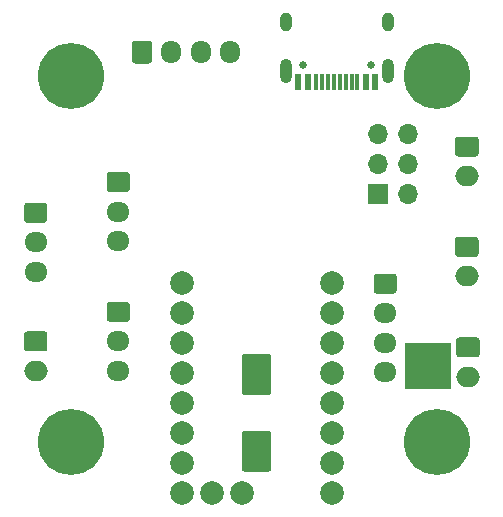
<source format=gbr>
%TF.GenerationSoftware,KiCad,Pcbnew,(5.1.10)-1*%
%TF.CreationDate,2021-07-08T13:05:20-05:00*%
%TF.ProjectId,turbocan,74757262-6f63-4616-9e2e-6b696361645f,rev?*%
%TF.SameCoordinates,Original*%
%TF.FileFunction,Soldermask,Bot*%
%TF.FilePolarity,Negative*%
%FSLAX46Y46*%
G04 Gerber Fmt 4.6, Leading zero omitted, Abs format (unit mm)*
G04 Created by KiCad (PCBNEW (5.1.10)-1) date 2021-07-08 13:05:20*
%MOMM*%
%LPD*%
G01*
G04 APERTURE LIST*
%ADD10C,0.600000*%
%ADD11R,4.000000X4.000000*%
%ADD12O,1.950000X1.700000*%
%ADD13O,2.000000X1.700000*%
%ADD14R,0.600000X1.450000*%
%ADD15R,0.300000X1.450000*%
%ADD16O,1.000000X2.100000*%
%ADD17C,0.650000*%
%ADD18O,1.000000X1.600000*%
%ADD19C,5.600000*%
%ADD20C,2.000000*%
%ADD21O,1.700000X1.950000*%
%ADD22O,1.700000X1.700000*%
%ADD23R,1.700000X1.700000*%
G04 APERTURE END LIST*
D10*
%TO.C,U7*%
X50180000Y-44092000D03*
X50180000Y-45108000D03*
D11*
X50180000Y-44600000D03*
D10*
X49494200Y-44092000D03*
X50865800Y-44092000D03*
X50865800Y-45108000D03*
X49494200Y-45108000D03*
%TD*%
D12*
%TO.C,J8*%
X24000000Y-45000000D03*
X24000000Y-42500000D03*
G36*
G01*
X23275000Y-39150000D02*
X24725000Y-39150000D01*
G75*
G02*
X24975000Y-39400000I0J-250000D01*
G01*
X24975000Y-40600000D01*
G75*
G02*
X24725000Y-40850000I-250000J0D01*
G01*
X23275000Y-40850000D01*
G75*
G02*
X23025000Y-40600000I0J250000D01*
G01*
X23025000Y-39400000D01*
G75*
G02*
X23275000Y-39150000I250000J0D01*
G01*
G37*
%TD*%
%TO.C,C21*%
G36*
G01*
X36700000Y-47050000D02*
X34700000Y-47050000D01*
G75*
G02*
X34450000Y-46800000I0J250000D01*
G01*
X34450000Y-43800000D01*
G75*
G02*
X34700000Y-43550000I250000J0D01*
G01*
X36700000Y-43550000D01*
G75*
G02*
X36950000Y-43800000I0J-250000D01*
G01*
X36950000Y-46800000D01*
G75*
G02*
X36700000Y-47050000I-250000J0D01*
G01*
G37*
G36*
G01*
X36700000Y-53550000D02*
X34700000Y-53550000D01*
G75*
G02*
X34450000Y-53300000I0J250000D01*
G01*
X34450000Y-50300000D01*
G75*
G02*
X34700000Y-50050000I250000J0D01*
G01*
X36700000Y-50050000D01*
G75*
G02*
X36950000Y-50300000I0J-250000D01*
G01*
X36950000Y-53300000D01*
G75*
G02*
X36700000Y-53550000I-250000J0D01*
G01*
G37*
%TD*%
D13*
%TO.C,J13*%
X53600000Y-45500000D03*
G36*
G01*
X52850000Y-42150000D02*
X54350000Y-42150000D01*
G75*
G02*
X54600000Y-42400000I0J-250000D01*
G01*
X54600000Y-43600000D01*
G75*
G02*
X54350000Y-43850000I-250000J0D01*
G01*
X52850000Y-43850000D01*
G75*
G02*
X52600000Y-43600000I0J250000D01*
G01*
X52600000Y-42400000D01*
G75*
G02*
X52850000Y-42150000I250000J0D01*
G01*
G37*
%TD*%
D14*
%TO.C,J1*%
X45750000Y-20545000D03*
X44950000Y-20545000D03*
X40050000Y-20545000D03*
X39250000Y-20545000D03*
X39250000Y-20545000D03*
X40050000Y-20545000D03*
X44950000Y-20545000D03*
X45750000Y-20545000D03*
D15*
X40750000Y-20545000D03*
X41250000Y-20545000D03*
X41750000Y-20545000D03*
X42750000Y-20545000D03*
X43250000Y-20545000D03*
X43750000Y-20545000D03*
X44250000Y-20545000D03*
X42250000Y-20545000D03*
D16*
X46820000Y-19630000D03*
X38180000Y-19630000D03*
D17*
X39610000Y-19100000D03*
D18*
X38180000Y-15450000D03*
D17*
X45390000Y-19100000D03*
D18*
X46820000Y-15450000D03*
%TD*%
D19*
%TO.C,H4*%
X51000000Y-51000000D03*
%TD*%
%TO.C,H3*%
X51000000Y-20000000D03*
%TD*%
%TO.C,H2*%
X20000000Y-51000000D03*
%TD*%
%TO.C,H1*%
X20000000Y-20000000D03*
%TD*%
D20*
%TO.C,U2*%
X31960000Y-55320000D03*
X34500000Y-55320000D03*
X29420000Y-55320000D03*
X29420000Y-52780000D03*
X29420000Y-50240000D03*
X29420000Y-47700000D03*
X29420000Y-45160000D03*
X29420000Y-42620000D03*
X29420000Y-40080000D03*
X29420000Y-37540000D03*
X42120000Y-55320000D03*
X42120000Y-52780000D03*
X42120000Y-50240000D03*
X42120000Y-47700000D03*
X42120000Y-45160000D03*
X42120000Y-42620000D03*
X42120000Y-40080000D03*
X42120000Y-37540000D03*
%TD*%
D12*
%TO.C,J14*%
X17000000Y-36600000D03*
X17000000Y-34100000D03*
G36*
G01*
X16275000Y-30750000D02*
X17725000Y-30750000D01*
G75*
G02*
X17975000Y-31000000I0J-250000D01*
G01*
X17975000Y-32200000D01*
G75*
G02*
X17725000Y-32450000I-250000J0D01*
G01*
X16275000Y-32450000D01*
G75*
G02*
X16025000Y-32200000I0J250000D01*
G01*
X16025000Y-31000000D01*
G75*
G02*
X16275000Y-30750000I250000J0D01*
G01*
G37*
%TD*%
D13*
%TO.C,J12*%
X53500000Y-37000000D03*
G36*
G01*
X52750000Y-33650000D02*
X54250000Y-33650000D01*
G75*
G02*
X54500000Y-33900000I0J-250000D01*
G01*
X54500000Y-35100000D01*
G75*
G02*
X54250000Y-35350000I-250000J0D01*
G01*
X52750000Y-35350000D01*
G75*
G02*
X52500000Y-35100000I0J250000D01*
G01*
X52500000Y-33900000D01*
G75*
G02*
X52750000Y-33650000I250000J0D01*
G01*
G37*
%TD*%
%TO.C,J11*%
X53500000Y-28500000D03*
G36*
G01*
X52750000Y-25150000D02*
X54250000Y-25150000D01*
G75*
G02*
X54500000Y-25400000I0J-250000D01*
G01*
X54500000Y-26600000D01*
G75*
G02*
X54250000Y-26850000I-250000J0D01*
G01*
X52750000Y-26850000D01*
G75*
G02*
X52500000Y-26600000I0J250000D01*
G01*
X52500000Y-25400000D01*
G75*
G02*
X52750000Y-25150000I250000J0D01*
G01*
G37*
%TD*%
D21*
%TO.C,J10*%
X33500000Y-18000000D03*
X31000000Y-18000000D03*
X28500000Y-18000000D03*
G36*
G01*
X25150000Y-18725000D02*
X25150000Y-17275000D01*
G75*
G02*
X25400000Y-17025000I250000J0D01*
G01*
X26600000Y-17025000D01*
G75*
G02*
X26850000Y-17275000I0J-250000D01*
G01*
X26850000Y-18725000D01*
G75*
G02*
X26600000Y-18975000I-250000J0D01*
G01*
X25400000Y-18975000D01*
G75*
G02*
X25150000Y-18725000I0J250000D01*
G01*
G37*
%TD*%
D13*
%TO.C,J9*%
X17000000Y-45000000D03*
G36*
G01*
X16250000Y-41650000D02*
X17750000Y-41650000D01*
G75*
G02*
X18000000Y-41900000I0J-250000D01*
G01*
X18000000Y-43100000D01*
G75*
G02*
X17750000Y-43350000I-250000J0D01*
G01*
X16250000Y-43350000D01*
G75*
G02*
X16000000Y-43100000I0J250000D01*
G01*
X16000000Y-41900000D01*
G75*
G02*
X16250000Y-41650000I250000J0D01*
G01*
G37*
%TD*%
D12*
%TO.C,J7*%
X24000000Y-34000000D03*
X24000000Y-31500000D03*
G36*
G01*
X23275000Y-28150000D02*
X24725000Y-28150000D01*
G75*
G02*
X24975000Y-28400000I0J-250000D01*
G01*
X24975000Y-29600000D01*
G75*
G02*
X24725000Y-29850000I-250000J0D01*
G01*
X23275000Y-29850000D01*
G75*
G02*
X23025000Y-29600000I0J250000D01*
G01*
X23025000Y-28400000D01*
G75*
G02*
X23275000Y-28150000I250000J0D01*
G01*
G37*
%TD*%
D22*
%TO.C,J5*%
X48540000Y-24920000D03*
X46000000Y-24920000D03*
X48540000Y-27460000D03*
X46000000Y-27460000D03*
X48540000Y-30000000D03*
D23*
X46000000Y-30000000D03*
%TD*%
D12*
%TO.C,J2*%
X46600000Y-45100000D03*
X46600000Y-42600000D03*
X46600000Y-40100000D03*
G36*
G01*
X45875000Y-36750000D02*
X47325000Y-36750000D01*
G75*
G02*
X47575000Y-37000000I0J-250000D01*
G01*
X47575000Y-38200000D01*
G75*
G02*
X47325000Y-38450000I-250000J0D01*
G01*
X45875000Y-38450000D01*
G75*
G02*
X45625000Y-38200000I0J250000D01*
G01*
X45625000Y-37000000D01*
G75*
G02*
X45875000Y-36750000I250000J0D01*
G01*
G37*
%TD*%
M02*

</source>
